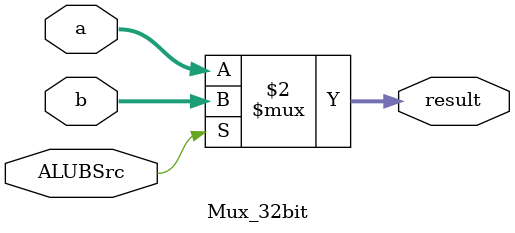
<source format=v>
module Mux_32bit(
    input wire [31:0] a,
    input wire [31:0] b,
    input wire ALUBSrc,
    output wire[31:0] result
    );
    assign result=(ALUBSrc==0)?a:b;
endmodule
</source>
